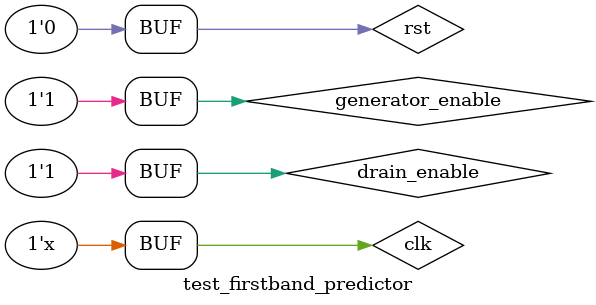
<source format=sv>
`timescale 1ns / 1ps

module test_firstband_predictor;
	parameter PERIOD=10;
	parameter DATA_WIDTH=16;
	parameter BLOCK_SIZE_LOG=8;
	
	//controls
	reg clk, rst;
	reg generator_enable;
	reg drain_enable;
	//inputs
	wire gen_valid, gen_ready;
	wire[DATA_WIDTH-1:0] gen_data;
	//wired outputs
	wire pred_ready;
	wire pred_valid;
	wire[DATA_WIDTH:0] pred_data;
	
	
	
	helper_axis_generator #(.DATA_WIDTH(DATA_WIDTH), .RANDOM(0)) GEN_0
		(
			.clk(clk), .rst(rst), .enable(generator_enable),
			.output_valid(gen_valid),
			.output_data(gen_data),
			.output_ready(gen_ready)
		);
		
	firstband_predictor #(.DATA_WIDTH(DATA_WIDTH), .BLOCK_SIZE_LOG(BLOCK_SIZE_LOG)) PREDICTOR
		(
			.clk(clk), .rst(rst),
			.x_valid(gen_valid),
			.x_ready(gen_ready),
			.x_data(gen_data),
			.prediction_ready(pred_ready),
			.prediction_valid(pred_valid),
			.prediction_data(pred_data)
		);
		
	helper_axis_drain #(.DATA_WIDTH(DATA_WIDTH+1)) DRAIN
		(
			.clk(clk), .rst(rst), .enable(drain_enable),
			.input_valid(pred_valid),
			.input_ready(pred_ready),
			.input_data(pred_data)
		);
	
	
	always #(PERIOD/2) clk = ~clk;

	
	initial begin
		clk = 1;
		rst = 1;
		generator_enable = 0;
		drain_enable = 0;
		
		#(PERIOD)
		#(PERIOD/2);
		rst = 0;
		generator_enable = 1;
		
		#(PERIOD*10);
		drain_enable = 1;
		
		#(PERIOD*10);
		generator_enable = 0;
		
		#(PERIOD*10);
		generator_enable = 1;
	end

    
endmodule
</source>
